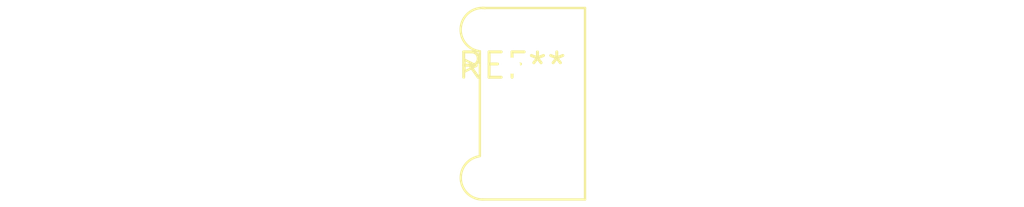
<source format=kicad_pcb>
(kicad_pcb (version 20240108) (generator pcbnew)
  (layers (0 "F.Cu" signal) (31 "B.Cu" signal) (34 "B.Paste" user) (35 "F.Paste" user) (36 "B.SilkS" user "B.Silkscreen") (37 "F.SilkS" user "F.Silkscreen") (38 "B.Mask" user) (39 "F.Mask" user) (44 "Edge.Cuts" user))
  (net 0 "")
  (footprint "Molex_Picoflex_90325-0004_2x02_P1.27mm_Vertical" (layer "F.Cu") (at 0 0)
    (property "Reference" "REF**")
    (property "Value" "Molex_Picoflex_90325-0004_2x02_P1.27mm_Vertical")
    (fp_line (start -2.38 -0.3) (end -2.38 0.3) (layer "F.SilkS") (stroke (width 0.12)))
    (fp_line (start -2.38 0.3) (end -1.78 0) (layer "F.SilkS") (stroke (width 0.12)))
    (fp_line (start -1.78 0) (end -2.38 -0.3) (layer "F.SilkS") (stroke (width 0.12)))
    (fp_line (start -1.61 -0.715) (end -1.61 4.525) (layer "F.SilkS") (stroke (width 0.12)))
    (fp_line (start -1.48 -2.885) (end 3.65 -2.885) (layer "F.SilkS") (stroke (width 0.12)))
    (fp_line (start 3.65 -2.885) (end 3.65 6.695) (layer "F.SilkS") (stroke (width 0.12)))
    (fp_line (start 3.65 6.695) (end -1.48 6.695) (layer "F.SilkS") (stroke (width 0.12)))
    (fp_arc (start -1.61 -0.72) (mid -2.56 -1.93) (end -1.35 -2.88) (layer "F.SilkS") (stroke (width 0.12)))
    (fp_arc (start -1.47 6.695) (mid -2.56 5.714526) (end -1.678256 4.54322) (layer "F.SilkS") (stroke (width 0.12)))
    (pad "" np_thru_hole circle (at -1.48 -1.8) (size 1.5 1.5) (drill 1.5) (layers *.Cu *.Mask))
    (pad "" np_thru_hole circle (at -1.48 5.61) (size 1.5 1.5) (drill 1.5) (layers *.Cu *.Mask))
    (pad "1" thru_hole roundrect (at 0 0) (size 1.8 1.3) (drill 0.8) (layers *.Cu *.Mask) (remove_unused_layers) (roundrect_rratio 0.192308))
    (pad "2" thru_hole oval (at 2.54 1.27) (size 1.8 1.3) (drill 0.8) (layers *.Cu *.Mask) (remove_unused_layers))
    (pad "3" thru_hole oval (at 0 2.54) (size 1.8 1.3) (drill 0.8) (layers *.Cu *.Mask) (remove_unused_layers))
    (pad "4" thru_hole oval (at 2.54 3.81) (size 1.8 1.3) (drill 0.8) (layers *.Cu *.Mask) (remove_unused_layers))
  )
)
</source>
